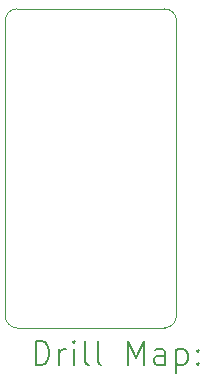
<source format=gbr>
%TF.GenerationSoftware,KiCad,Pcbnew,8.0.7*%
%TF.CreationDate,2025-04-20T00:47:21-04:00*%
%TF.ProjectId,1M_2F,314d5f32-462e-46b6-9963-61645f706362,rev?*%
%TF.SameCoordinates,Original*%
%TF.FileFunction,Drillmap*%
%TF.FilePolarity,Positive*%
%FSLAX45Y45*%
G04 Gerber Fmt 4.5, Leading zero omitted, Abs format (unit mm)*
G04 Created by KiCad (PCBNEW 8.0.7) date 2025-04-20 00:47:21*
%MOMM*%
%LPD*%
G01*
G04 APERTURE LIST*
%ADD10C,0.050000*%
%ADD11C,0.200000*%
G04 APERTURE END LIST*
D10*
X9400000Y-6100000D02*
G75*
G02*
X9300000Y-6000000I0J100000D01*
G01*
X9300000Y-3500000D02*
G75*
G02*
X9400000Y-3400000I100000J0D01*
G01*
X10650000Y-3400000D02*
G75*
G02*
X10750000Y-3500000I0J-100000D01*
G01*
X9300000Y-6000000D02*
X9300000Y-3500000D01*
X10750000Y-3500000D02*
X10750000Y-6000000D01*
X10750000Y-6000000D02*
G75*
G02*
X10650000Y-6100000I-100000J0D01*
G01*
X10650000Y-6100000D02*
X9400000Y-6100000D01*
X9400000Y-3400000D02*
X10650000Y-3400000D01*
D11*
X9558277Y-6413984D02*
X9558277Y-6213984D01*
X9558277Y-6213984D02*
X9605896Y-6213984D01*
X9605896Y-6213984D02*
X9634467Y-6223508D01*
X9634467Y-6223508D02*
X9653515Y-6242555D01*
X9653515Y-6242555D02*
X9663039Y-6261603D01*
X9663039Y-6261603D02*
X9672563Y-6299698D01*
X9672563Y-6299698D02*
X9672563Y-6328269D01*
X9672563Y-6328269D02*
X9663039Y-6366365D01*
X9663039Y-6366365D02*
X9653515Y-6385412D01*
X9653515Y-6385412D02*
X9634467Y-6404460D01*
X9634467Y-6404460D02*
X9605896Y-6413984D01*
X9605896Y-6413984D02*
X9558277Y-6413984D01*
X9758277Y-6413984D02*
X9758277Y-6280650D01*
X9758277Y-6318746D02*
X9767801Y-6299698D01*
X9767801Y-6299698D02*
X9777324Y-6290174D01*
X9777324Y-6290174D02*
X9796372Y-6280650D01*
X9796372Y-6280650D02*
X9815420Y-6280650D01*
X9882086Y-6413984D02*
X9882086Y-6280650D01*
X9882086Y-6213984D02*
X9872563Y-6223508D01*
X9872563Y-6223508D02*
X9882086Y-6233031D01*
X9882086Y-6233031D02*
X9891610Y-6223508D01*
X9891610Y-6223508D02*
X9882086Y-6213984D01*
X9882086Y-6213984D02*
X9882086Y-6233031D01*
X10005896Y-6413984D02*
X9986848Y-6404460D01*
X9986848Y-6404460D02*
X9977324Y-6385412D01*
X9977324Y-6385412D02*
X9977324Y-6213984D01*
X10110658Y-6413984D02*
X10091610Y-6404460D01*
X10091610Y-6404460D02*
X10082086Y-6385412D01*
X10082086Y-6385412D02*
X10082086Y-6213984D01*
X10339229Y-6413984D02*
X10339229Y-6213984D01*
X10339229Y-6213984D02*
X10405896Y-6356841D01*
X10405896Y-6356841D02*
X10472563Y-6213984D01*
X10472563Y-6213984D02*
X10472563Y-6413984D01*
X10653515Y-6413984D02*
X10653515Y-6309222D01*
X10653515Y-6309222D02*
X10643991Y-6290174D01*
X10643991Y-6290174D02*
X10624944Y-6280650D01*
X10624944Y-6280650D02*
X10586848Y-6280650D01*
X10586848Y-6280650D02*
X10567801Y-6290174D01*
X10653515Y-6404460D02*
X10634467Y-6413984D01*
X10634467Y-6413984D02*
X10586848Y-6413984D01*
X10586848Y-6413984D02*
X10567801Y-6404460D01*
X10567801Y-6404460D02*
X10558277Y-6385412D01*
X10558277Y-6385412D02*
X10558277Y-6366365D01*
X10558277Y-6366365D02*
X10567801Y-6347317D01*
X10567801Y-6347317D02*
X10586848Y-6337793D01*
X10586848Y-6337793D02*
X10634467Y-6337793D01*
X10634467Y-6337793D02*
X10653515Y-6328269D01*
X10748753Y-6280650D02*
X10748753Y-6480650D01*
X10748753Y-6290174D02*
X10767801Y-6280650D01*
X10767801Y-6280650D02*
X10805896Y-6280650D01*
X10805896Y-6280650D02*
X10824944Y-6290174D01*
X10824944Y-6290174D02*
X10834467Y-6299698D01*
X10834467Y-6299698D02*
X10843991Y-6318746D01*
X10843991Y-6318746D02*
X10843991Y-6375888D01*
X10843991Y-6375888D02*
X10834467Y-6394936D01*
X10834467Y-6394936D02*
X10824944Y-6404460D01*
X10824944Y-6404460D02*
X10805896Y-6413984D01*
X10805896Y-6413984D02*
X10767801Y-6413984D01*
X10767801Y-6413984D02*
X10748753Y-6404460D01*
X10929705Y-6394936D02*
X10939229Y-6404460D01*
X10939229Y-6404460D02*
X10929705Y-6413984D01*
X10929705Y-6413984D02*
X10920182Y-6404460D01*
X10920182Y-6404460D02*
X10929705Y-6394936D01*
X10929705Y-6394936D02*
X10929705Y-6413984D01*
X10929705Y-6290174D02*
X10939229Y-6299698D01*
X10939229Y-6299698D02*
X10929705Y-6309222D01*
X10929705Y-6309222D02*
X10920182Y-6299698D01*
X10920182Y-6299698D02*
X10929705Y-6290174D01*
X10929705Y-6290174D02*
X10929705Y-6309222D01*
M02*

</source>
